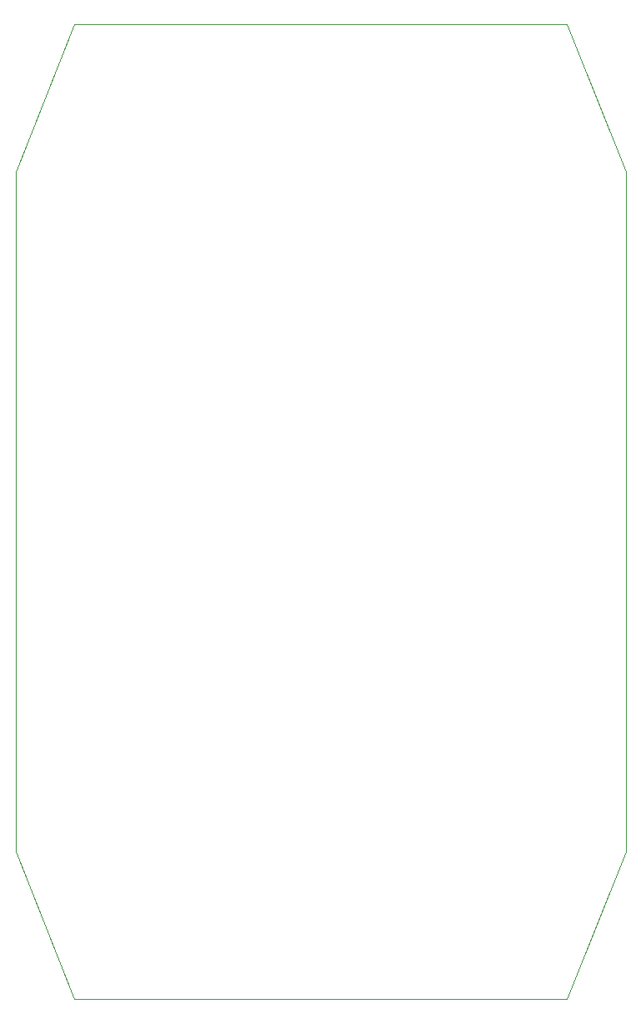
<source format=gbr>
%TF.GenerationSoftware,KiCad,Pcbnew,(5.1.8)-1*%
%TF.CreationDate,2022-11-15T12:17:50-08:00*%
%TF.ProjectId,RetroClock,52657472-6f43-46c6-9f63-6b2e6b696361,rev?*%
%TF.SameCoordinates,Original*%
%TF.FileFunction,Profile,NP*%
%FSLAX46Y46*%
G04 Gerber Fmt 4.6, Leading zero omitted, Abs format (unit mm)*
G04 Created by KiCad (PCBNEW (5.1.8)-1) date 2022-11-15 12:17:50*
%MOMM*%
%LPD*%
G01*
G04 APERTURE LIST*
%TA.AperFunction,Profile*%
%ADD10C,0.050000*%
%TD*%
G04 APERTURE END LIST*
D10*
X140000000Y-57000000D02*
X134000000Y-72000000D01*
X190000000Y-57000000D02*
X196000000Y-72000000D01*
X140000000Y-156000000D02*
X134000000Y-141000000D01*
X190000000Y-156000000D02*
X196000000Y-141000000D01*
X134000000Y-141000000D02*
X134000000Y-72000000D01*
X190000000Y-156000000D02*
X140000000Y-156000000D01*
X196000000Y-72000000D02*
X196000000Y-141000000D01*
X140000000Y-57000000D02*
X190000000Y-57000000D01*
M02*

</source>
